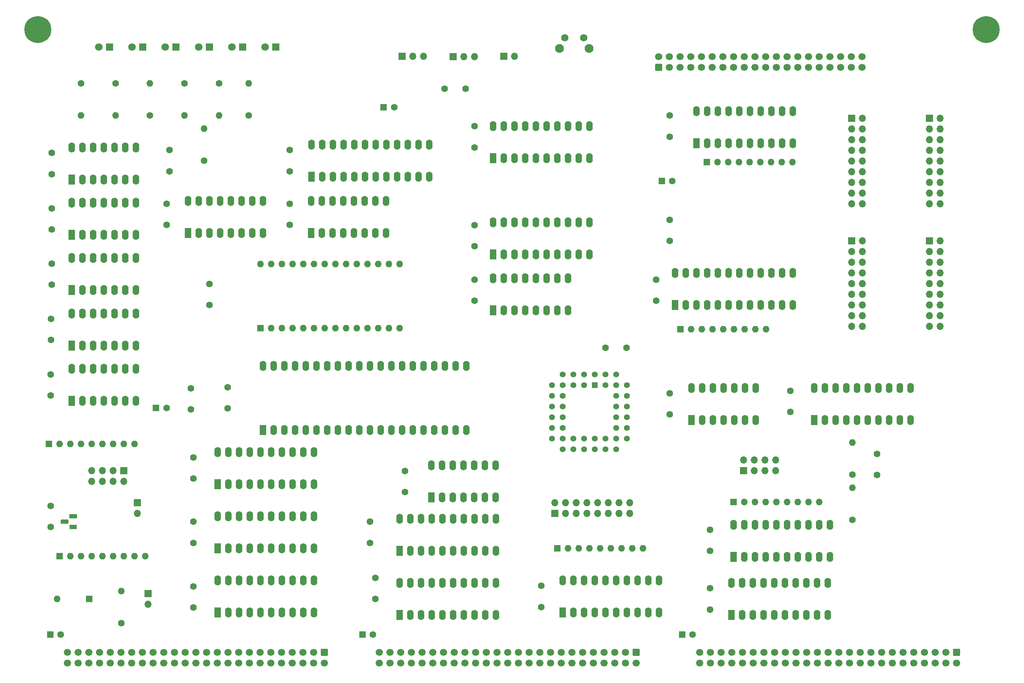
<source format=gbr>
%TF.GenerationSoftware,KiCad,Pcbnew,(6.0.11)*%
%TF.CreationDate,2025-04-26T17:57:21-05:00*%
%TF.ProjectId,processor.6502,70726f63-6573-4736-9f72-2e363530322e,v0.9*%
%TF.SameCoordinates,Original*%
%TF.FileFunction,Soldermask,Top*%
%TF.FilePolarity,Negative*%
%FSLAX46Y46*%
G04 Gerber Fmt 4.6, Leading zero omitted, Abs format (unit mm)*
G04 Created by KiCad (PCBNEW (6.0.11)) date 2025-04-26 17:57:21*
%MOMM*%
%LPD*%
G01*
G04 APERTURE LIST*
G04 Aperture macros list*
%AMRoundRect*
0 Rectangle with rounded corners*
0 $1 Rounding radius*
0 $2 $3 $4 $5 $6 $7 $8 $9 X,Y pos of 4 corners*
0 Add a 4 corners polygon primitive as box body*
4,1,4,$2,$3,$4,$5,$6,$7,$8,$9,$2,$3,0*
0 Add four circle primitives for the rounded corners*
1,1,$1+$1,$2,$3*
1,1,$1+$1,$4,$5*
1,1,$1+$1,$6,$7*
1,1,$1+$1,$8,$9*
0 Add four rect primitives between the rounded corners*
20,1,$1+$1,$2,$3,$4,$5,0*
20,1,$1+$1,$4,$5,$6,$7,0*
20,1,$1+$1,$6,$7,$8,$9,0*
20,1,$1+$1,$8,$9,$2,$3,0*%
G04 Aperture macros list end*
%ADD10RoundRect,0.250000X-0.600000X0.600000X-0.600000X-0.600000X0.600000X-0.600000X0.600000X0.600000X0*%
%ADD11C,1.700000*%
%ADD12C,1.600000*%
%ADD13R,1.600000X1.600000*%
%ADD14R,1.800000X1.800000*%
%ADD15C,1.800000*%
%ADD16O,1.600000X1.600000*%
%ADD17R,1.600000X2.400000*%
%ADD18O,1.600000X2.400000*%
%ADD19R,1.800000X1.100000*%
%ADD20RoundRect,0.275000X0.625000X-0.275000X0.625000X0.275000X-0.625000X0.275000X-0.625000X-0.275000X0*%
%ADD21C,6.400000*%
%ADD22RoundRect,0.250000X0.600000X-0.600000X0.600000X0.600000X-0.600000X0.600000X-0.600000X-0.600000X0*%
%ADD23R,1.422400X1.422400*%
%ADD24C,1.422400*%
%ADD25R,1.700000X1.700000*%
%ADD26O,1.700000X1.700000*%
%ADD27C,2.100000*%
%ADD28C,1.750000*%
G04 APERTURE END LIST*
D10*
%TO.C,P1*%
X108000000Y-223000000D03*
D11*
X108000000Y-225540000D03*
X105460000Y-223000000D03*
X105460000Y-225540000D03*
X102920000Y-223000000D03*
X102920000Y-225540000D03*
X100380000Y-223000000D03*
X100380000Y-225540000D03*
X97840000Y-223000000D03*
X97840000Y-225540000D03*
X95300000Y-223000000D03*
X95300000Y-225540000D03*
X92760000Y-223000000D03*
X92760000Y-225540000D03*
X90220000Y-223000000D03*
X90220000Y-225540000D03*
X87680000Y-223000000D03*
X87680000Y-225540000D03*
X85140000Y-223000000D03*
X85140000Y-225540000D03*
X82600000Y-223000000D03*
X82600000Y-225540000D03*
X80060000Y-223000000D03*
X80060000Y-225540000D03*
X77520000Y-223000000D03*
X77520000Y-225540000D03*
X74980000Y-223000000D03*
X74980000Y-225540000D03*
X72440000Y-223000000D03*
X72440000Y-225540000D03*
X69900000Y-223000000D03*
X69900000Y-225540000D03*
X67360000Y-223000000D03*
X67360000Y-225540000D03*
X64820000Y-223000000D03*
X64820000Y-225540000D03*
X62280000Y-223000000D03*
X62280000Y-225540000D03*
X59740000Y-223000000D03*
X59740000Y-225540000D03*
X57200000Y-223000000D03*
X57200000Y-225540000D03*
X54660000Y-223000000D03*
X54660000Y-225540000D03*
X52120000Y-223000000D03*
X52120000Y-225540000D03*
X49580000Y-223000000D03*
X49580000Y-225540000D03*
X47040000Y-223000000D03*
X47040000Y-225540000D03*
%TD*%
D12*
%TO.C,C2*%
X127075000Y-179875000D03*
X127075000Y-184875000D03*
%TD*%
%TO.C,C3*%
X43255000Y-130605000D03*
X43255000Y-135605000D03*
%TD*%
%TO.C,C4*%
X174700000Y-150625000D03*
X179700000Y-150625000D03*
%TD*%
%TO.C,C5*%
X76910000Y-191940000D03*
X76910000Y-196940000D03*
%TD*%
%TO.C,C6*%
X43000000Y-156900000D03*
X43000000Y-161900000D03*
%TD*%
%TO.C,C8*%
X159460000Y-207180000D03*
X159460000Y-212180000D03*
%TD*%
%TO.C,C9*%
X199465000Y-193845000D03*
X199465000Y-198845000D03*
%TD*%
%TO.C,C10*%
X76910000Y-207270000D03*
X76910000Y-212270000D03*
%TD*%
%TO.C,C11*%
X43255000Y-117457500D03*
X43255000Y-122457500D03*
%TD*%
%TO.C,C14*%
X189940000Y-120185000D03*
X189940000Y-125185000D03*
%TD*%
%TO.C,C15*%
X143600000Y-134400000D03*
X143600000Y-139400000D03*
%TD*%
D13*
%TO.C,C25*%
X42929600Y-218750000D03*
D12*
X45429600Y-218750000D03*
%TD*%
D13*
%TO.C,C26*%
X68019900Y-164900000D03*
D12*
X70519900Y-164900000D03*
%TD*%
%TO.C,C17*%
X80720000Y-135390000D03*
X80720000Y-140390000D03*
%TD*%
%TO.C,C20*%
X120090000Y-205315000D03*
X120090000Y-210315000D03*
%TD*%
%TO.C,C21*%
X76910000Y-176660000D03*
X76910000Y-181660000D03*
%TD*%
%TO.C,C22*%
X99770000Y-116375000D03*
X99770000Y-121375000D03*
%TD*%
%TO.C,C23*%
X85000000Y-165000000D03*
X85000000Y-160000000D03*
%TD*%
D13*
%TO.C,C27*%
X117000000Y-218750000D03*
D12*
X119500000Y-218750000D03*
%TD*%
D13*
%TO.C,C28*%
X192884700Y-218750000D03*
D12*
X195384700Y-218750000D03*
%TD*%
D13*
%TO.C,C29*%
X188044900Y-111000000D03*
D12*
X190544900Y-111000000D03*
%TD*%
D14*
%TO.C,D4*%
X72785700Y-79100000D03*
D15*
X70245700Y-79100000D03*
%TD*%
D13*
%TO.C,D6*%
X52145000Y-210315000D03*
D16*
X44525000Y-210315000D03*
%TD*%
D14*
%TO.C,D2*%
X80678600Y-79100000D03*
D15*
X78138600Y-79100000D03*
%TD*%
D12*
%TO.C,R5*%
X58420000Y-87760000D03*
D16*
X58420000Y-95380000D03*
%TD*%
D17*
%TO.C,U4*%
X48000000Y-163200000D03*
D18*
X50540000Y-163200000D03*
X53080000Y-163200000D03*
X55620000Y-163200000D03*
X58160000Y-163200000D03*
X60700000Y-163200000D03*
X63240000Y-163200000D03*
X63240000Y-155580000D03*
X60700000Y-155580000D03*
X58160000Y-155580000D03*
X55620000Y-155580000D03*
X53080000Y-155580000D03*
X50540000Y-155580000D03*
X48000000Y-155580000D03*
%TD*%
D13*
%TO.C,U5*%
X92785000Y-145925000D03*
D16*
X95325000Y-145925000D03*
X97865000Y-145925000D03*
X100405000Y-145925000D03*
X102945000Y-145925000D03*
X105485000Y-145925000D03*
X108025000Y-145925000D03*
X110565000Y-145925000D03*
X113105000Y-145925000D03*
X115645000Y-145925000D03*
X118185000Y-145925000D03*
X120725000Y-145925000D03*
X123265000Y-145925000D03*
X125805000Y-145925000D03*
X125805000Y-130685000D03*
X123265000Y-130685000D03*
X120725000Y-130685000D03*
X118185000Y-130685000D03*
X115645000Y-130685000D03*
X113105000Y-130685000D03*
X110565000Y-130685000D03*
X108025000Y-130685000D03*
X105485000Y-130685000D03*
X102945000Y-130685000D03*
X100405000Y-130685000D03*
X97865000Y-130685000D03*
X95325000Y-130685000D03*
X92785000Y-130685000D03*
%TD*%
D17*
%TO.C,U6*%
X82630000Y-198240000D03*
D18*
X85170000Y-198240000D03*
X87710000Y-198240000D03*
X90250000Y-198240000D03*
X92790000Y-198240000D03*
X95330000Y-198240000D03*
X97870000Y-198240000D03*
X100410000Y-198240000D03*
X102950000Y-198240000D03*
X105490000Y-198240000D03*
X105490000Y-190620000D03*
X102950000Y-190620000D03*
X100410000Y-190620000D03*
X97870000Y-190620000D03*
X95330000Y-190620000D03*
X92790000Y-190620000D03*
X90250000Y-190620000D03*
X87710000Y-190620000D03*
X85170000Y-190620000D03*
X82630000Y-190620000D03*
%TD*%
D17*
%TO.C,U8*%
X164540000Y-213480000D03*
D18*
X167080000Y-213480000D03*
X169620000Y-213480000D03*
X172160000Y-213480000D03*
X174700000Y-213480000D03*
X177240000Y-213480000D03*
X179780000Y-213480000D03*
X182320000Y-213480000D03*
X184860000Y-213480000D03*
X187400000Y-213480000D03*
X187400000Y-205860000D03*
X184860000Y-205860000D03*
X182320000Y-205860000D03*
X179780000Y-205860000D03*
X177240000Y-205860000D03*
X174700000Y-205860000D03*
X172160000Y-205860000D03*
X169620000Y-205860000D03*
X167080000Y-205860000D03*
X164540000Y-205860000D03*
%TD*%
D19*
%TO.C,U15*%
X48400000Y-193200000D03*
D20*
X46330000Y-191930000D03*
X48400000Y-190660000D03*
%TD*%
D17*
%TO.C,U1*%
X48000000Y-150052500D03*
D18*
X50540000Y-150052500D03*
X53080000Y-150052500D03*
X55620000Y-150052500D03*
X58160000Y-150052500D03*
X60700000Y-150052500D03*
X63240000Y-150052500D03*
X63240000Y-142432500D03*
X60700000Y-142432500D03*
X58160000Y-142432500D03*
X55620000Y-142432500D03*
X53080000Y-142432500D03*
X50540000Y-142432500D03*
X48000000Y-142432500D03*
%TD*%
D10*
%TO.C,P2*%
X182000000Y-223000000D03*
D11*
X182000000Y-225540000D03*
X179460000Y-223000000D03*
X179460000Y-225540000D03*
X176920000Y-223000000D03*
X176920000Y-225540000D03*
X174380000Y-223000000D03*
X174380000Y-225540000D03*
X171840000Y-223000000D03*
X171840000Y-225540000D03*
X169300000Y-223000000D03*
X169300000Y-225540000D03*
X166760000Y-223000000D03*
X166760000Y-225540000D03*
X164220000Y-223000000D03*
X164220000Y-225540000D03*
X161680000Y-223000000D03*
X161680000Y-225540000D03*
X159140000Y-223000000D03*
X159140000Y-225540000D03*
X156600000Y-223000000D03*
X156600000Y-225540000D03*
X154060000Y-223000000D03*
X154060000Y-225540000D03*
X151520000Y-223000000D03*
X151520000Y-225540000D03*
X148980000Y-223000000D03*
X148980000Y-225540000D03*
X146440000Y-223000000D03*
X146440000Y-225540000D03*
X143900000Y-223000000D03*
X143900000Y-225540000D03*
X141360000Y-223000000D03*
X141360000Y-225540000D03*
X138820000Y-223000000D03*
X138820000Y-225540000D03*
X136280000Y-223000000D03*
X136280000Y-225540000D03*
X133740000Y-223000000D03*
X133740000Y-225540000D03*
X131200000Y-223000000D03*
X131200000Y-225540000D03*
X128660000Y-223000000D03*
X128660000Y-225540000D03*
X126120000Y-223000000D03*
X126120000Y-225540000D03*
X123580000Y-223000000D03*
X123580000Y-225540000D03*
X121040000Y-223000000D03*
X121040000Y-225540000D03*
%TD*%
D21*
%TO.C,H2*%
X265000000Y-75000000D03*
%TD*%
D13*
%TO.C,RN1*%
X42620000Y-173485000D03*
D16*
X45160000Y-173485000D03*
X47700000Y-173485000D03*
X50240000Y-173485000D03*
X52780000Y-173485000D03*
X55320000Y-173485000D03*
X57860000Y-173485000D03*
X60400000Y-173485000D03*
X62940000Y-173485000D03*
%TD*%
D17*
%TO.C,U11*%
X204550000Y-214115000D03*
D18*
X207090000Y-214115000D03*
X209630000Y-214115000D03*
X212170000Y-214115000D03*
X214710000Y-214115000D03*
X217250000Y-214115000D03*
X219790000Y-214115000D03*
X222330000Y-214115000D03*
X224870000Y-214115000D03*
X227410000Y-214115000D03*
X227410000Y-206495000D03*
X224870000Y-206495000D03*
X222330000Y-206495000D03*
X219790000Y-206495000D03*
X217250000Y-206495000D03*
X214710000Y-206495000D03*
X212170000Y-206495000D03*
X209630000Y-206495000D03*
X207090000Y-206495000D03*
X204550000Y-206495000D03*
%TD*%
D12*
%TO.C,C19*%
X43000000Y-188200000D03*
X43000000Y-193200000D03*
%TD*%
%TO.C,C18*%
X43125000Y-143752500D03*
X43125000Y-148752500D03*
%TD*%
%TO.C,C12*%
X76275000Y-160230000D03*
X76275000Y-165230000D03*
%TD*%
%TO.C,C16*%
X199465000Y-207775000D03*
X199465000Y-212775000D03*
%TD*%
D17*
%TO.C,U3*%
X104915000Y-109985000D03*
D18*
X107455000Y-109985000D03*
X109995000Y-109985000D03*
X112535000Y-109985000D03*
X115075000Y-109985000D03*
X117615000Y-109985000D03*
X120155000Y-109985000D03*
X122695000Y-109985000D03*
X125235000Y-109985000D03*
X127775000Y-109985000D03*
X130315000Y-109985000D03*
X132855000Y-109985000D03*
X132855000Y-102365000D03*
X130315000Y-102365000D03*
X127775000Y-102365000D03*
X125235000Y-102365000D03*
X122695000Y-102365000D03*
X120155000Y-102365000D03*
X117615000Y-102365000D03*
X115075000Y-102365000D03*
X112535000Y-102365000D03*
X109995000Y-102365000D03*
X107455000Y-102365000D03*
X104915000Y-102365000D03*
%TD*%
D21*
%TO.C,H1*%
X40000000Y-75000000D03*
%TD*%
D14*
%TO.C,D7*%
X57000000Y-79100000D03*
D15*
X54460000Y-79100000D03*
%TD*%
D10*
%TO.C,P3*%
X258000000Y-223000000D03*
D11*
X258000000Y-225540000D03*
X255460000Y-223000000D03*
X255460000Y-225540000D03*
X252920000Y-223000000D03*
X252920000Y-225540000D03*
X250380000Y-223000000D03*
X250380000Y-225540000D03*
X247840000Y-223000000D03*
X247840000Y-225540000D03*
X245300000Y-223000000D03*
X245300000Y-225540000D03*
X242760000Y-223000000D03*
X242760000Y-225540000D03*
X240220000Y-223000000D03*
X240220000Y-225540000D03*
X237680000Y-223000000D03*
X237680000Y-225540000D03*
X235140000Y-223000000D03*
X235140000Y-225540000D03*
X232600000Y-223000000D03*
X232600000Y-225540000D03*
X230060000Y-223000000D03*
X230060000Y-225540000D03*
X227520000Y-223000000D03*
X227520000Y-225540000D03*
X224980000Y-223000000D03*
X224980000Y-225540000D03*
X222440000Y-223000000D03*
X222440000Y-225540000D03*
X219900000Y-223000000D03*
X219900000Y-225540000D03*
X217360000Y-223000000D03*
X217360000Y-225540000D03*
X214820000Y-223000000D03*
X214820000Y-225540000D03*
X212280000Y-223000000D03*
X212280000Y-225540000D03*
X209740000Y-223000000D03*
X209740000Y-225540000D03*
X207200000Y-223000000D03*
X207200000Y-225540000D03*
X204660000Y-223000000D03*
X204660000Y-225540000D03*
X202120000Y-223000000D03*
X202120000Y-225540000D03*
X199580000Y-223000000D03*
X199580000Y-225540000D03*
X197040000Y-223000000D03*
X197040000Y-225540000D03*
%TD*%
D17*
%TO.C,U13*%
X48000000Y-136905000D03*
D18*
X50540000Y-136905000D03*
X53080000Y-136905000D03*
X55620000Y-136905000D03*
X58160000Y-136905000D03*
X60700000Y-136905000D03*
X63240000Y-136905000D03*
X63240000Y-129285000D03*
X60700000Y-129285000D03*
X58160000Y-129285000D03*
X55620000Y-129285000D03*
X53080000Y-129285000D03*
X50540000Y-129285000D03*
X48000000Y-129285000D03*
%TD*%
D12*
%TO.C,C36*%
X189940000Y-95420000D03*
X189940000Y-100420000D03*
%TD*%
%TO.C,C38*%
X143600000Y-121455000D03*
X143600000Y-126455000D03*
%TD*%
D13*
%TO.C,C46*%
X122059900Y-93475000D03*
D12*
X124559900Y-93475000D03*
%TD*%
D17*
%TO.C,U19*%
X148020000Y-141725000D03*
D18*
X150560000Y-141725000D03*
X153100000Y-141725000D03*
X155640000Y-141725000D03*
X158180000Y-141725000D03*
X160720000Y-141725000D03*
X163260000Y-141725000D03*
X165800000Y-141725000D03*
X165800000Y-134105000D03*
X163260000Y-134105000D03*
X160720000Y-134105000D03*
X158180000Y-134105000D03*
X155640000Y-134105000D03*
X153100000Y-134105000D03*
X150560000Y-134105000D03*
X148020000Y-134105000D03*
%TD*%
D17*
%TO.C,U7*%
X133410000Y-186175000D03*
D18*
X135950000Y-186175000D03*
X138490000Y-186175000D03*
X141030000Y-186175000D03*
X143570000Y-186175000D03*
X146110000Y-186175000D03*
X148650000Y-186175000D03*
X148650000Y-178555000D03*
X146110000Y-178555000D03*
X143570000Y-178555000D03*
X141030000Y-178555000D03*
X138490000Y-178555000D03*
X135950000Y-178555000D03*
X133410000Y-178555000D03*
%TD*%
D14*
%TO.C,D9*%
X88571400Y-79100000D03*
D15*
X86031400Y-79100000D03*
%TD*%
D13*
%TO.C,RN4*%
X45145000Y-200155000D03*
D16*
X47685000Y-200155000D03*
X50225000Y-200155000D03*
X52765000Y-200155000D03*
X55305000Y-200155000D03*
X57845000Y-200155000D03*
X60385000Y-200155000D03*
X62925000Y-200155000D03*
X65465000Y-200155000D03*
%TD*%
D22*
%TO.C,J11*%
X187350000Y-83917500D03*
D11*
X187350000Y-81377500D03*
X189890000Y-83917500D03*
X189890000Y-81377500D03*
X192430000Y-83917500D03*
X192430000Y-81377500D03*
X194970000Y-83917500D03*
X194970000Y-81377500D03*
X197510000Y-83917500D03*
X197510000Y-81377500D03*
X200050000Y-83917500D03*
X200050000Y-81377500D03*
X202590000Y-83917500D03*
X202590000Y-81377500D03*
X205130000Y-83917500D03*
X205130000Y-81377500D03*
X207670000Y-83917500D03*
X207670000Y-81377500D03*
X210210000Y-83917500D03*
X210210000Y-81377500D03*
X212750000Y-83917500D03*
X212750000Y-81377500D03*
X215290000Y-83917500D03*
X215290000Y-81377500D03*
X217830000Y-83917500D03*
X217830000Y-81377500D03*
X220370000Y-83917500D03*
X220370000Y-81377500D03*
X222910000Y-83917500D03*
X222910000Y-81377500D03*
X225450000Y-83917500D03*
X225450000Y-81377500D03*
X227990000Y-83917500D03*
X227990000Y-81377500D03*
X230530000Y-83917500D03*
X230530000Y-81377500D03*
X233070000Y-83917500D03*
X233070000Y-81377500D03*
X235610000Y-83917500D03*
X235610000Y-81377500D03*
%TD*%
D13*
%TO.C,RN5*%
X198705000Y-106500000D03*
D16*
X201245000Y-106500000D03*
X203785000Y-106500000D03*
X206325000Y-106500000D03*
X208865000Y-106500000D03*
X211405000Y-106500000D03*
X213945000Y-106500000D03*
X216485000Y-106500000D03*
X219025000Y-106500000D03*
%TD*%
D17*
%TO.C,U31*%
X196305000Y-102000000D03*
D18*
X198845000Y-102000000D03*
X201385000Y-102000000D03*
X203925000Y-102000000D03*
X206465000Y-102000000D03*
X209005000Y-102000000D03*
X211545000Y-102000000D03*
X214085000Y-102000000D03*
X216625000Y-102000000D03*
X219165000Y-102000000D03*
X219165000Y-94380000D03*
X216625000Y-94380000D03*
X214085000Y-94380000D03*
X211545000Y-94380000D03*
X209005000Y-94380000D03*
X206465000Y-94380000D03*
X203925000Y-94380000D03*
X201385000Y-94380000D03*
X198845000Y-94380000D03*
X196305000Y-94380000D03*
%TD*%
D17*
%TO.C,U33*%
X148035000Y-105530000D03*
D18*
X150575000Y-105530000D03*
X153115000Y-105530000D03*
X155655000Y-105530000D03*
X158195000Y-105530000D03*
X160735000Y-105530000D03*
X163275000Y-105530000D03*
X165815000Y-105530000D03*
X168355000Y-105530000D03*
X170895000Y-105530000D03*
X170895000Y-97910000D03*
X168355000Y-97910000D03*
X165815000Y-97910000D03*
X163275000Y-97910000D03*
X160735000Y-97910000D03*
X158195000Y-97910000D03*
X155655000Y-97910000D03*
X153115000Y-97910000D03*
X150575000Y-97910000D03*
X148035000Y-97910000D03*
%TD*%
D23*
%TO.C,U20*%
X172160000Y-159515000D03*
D24*
X169620000Y-156975000D03*
X169620000Y-159515000D03*
X167080000Y-156975000D03*
X167080000Y-159515000D03*
X164540000Y-156975000D03*
X162000000Y-159515000D03*
X164540000Y-159515000D03*
X162000000Y-162055000D03*
X164540000Y-162055000D03*
X162000000Y-164595000D03*
X164540000Y-164595000D03*
X162000000Y-167135000D03*
X164540000Y-167135000D03*
X162000000Y-169675000D03*
X164540000Y-169675000D03*
X162000000Y-172215000D03*
X164540000Y-174755000D03*
X164540000Y-172215000D03*
X167080000Y-174755000D03*
X167080000Y-172215000D03*
X169620000Y-174755000D03*
X169620000Y-172215000D03*
X172160000Y-174755000D03*
X172160000Y-172215000D03*
X174700000Y-174755000D03*
X174700000Y-172215000D03*
X177240000Y-174755000D03*
X179780000Y-172215000D03*
X177240000Y-172215000D03*
X179780000Y-169675000D03*
X177240000Y-169675000D03*
X179780000Y-167135000D03*
X177240000Y-167135000D03*
X179780000Y-164595000D03*
X177240000Y-164595000D03*
X179780000Y-162055000D03*
X177240000Y-162055000D03*
X179780000Y-159515000D03*
X177240000Y-156975000D03*
X177240000Y-159515000D03*
X174700000Y-156975000D03*
X174700000Y-159515000D03*
X172160000Y-156975000D03*
%TD*%
D12*
%TO.C,C37*%
X118820000Y-191940000D03*
X118820000Y-196940000D03*
%TD*%
D25*
%TO.C,JP10*%
X207500000Y-179775000D03*
D26*
X207500000Y-177235000D03*
X210040000Y-179775000D03*
X210040000Y-177235000D03*
X212580000Y-179775000D03*
X212580000Y-177235000D03*
X215120000Y-179775000D03*
X215120000Y-177235000D03*
%TD*%
D13*
%TO.C,RN8*%
X205075000Y-187250000D03*
D16*
X207615000Y-187250000D03*
X210155000Y-187250000D03*
X212695000Y-187250000D03*
X215235000Y-187250000D03*
X217775000Y-187250000D03*
X220315000Y-187250000D03*
X222855000Y-187250000D03*
X225395000Y-187250000D03*
%TD*%
D17*
%TO.C,U9*%
X191205000Y-140455000D03*
D18*
X193745000Y-140455000D03*
X196285000Y-140455000D03*
X198825000Y-140455000D03*
X201365000Y-140455000D03*
X203905000Y-140455000D03*
X206445000Y-140455000D03*
X208985000Y-140455000D03*
X211525000Y-140455000D03*
X214065000Y-140455000D03*
X216605000Y-140455000D03*
X219145000Y-140455000D03*
X219145000Y-132835000D03*
X216605000Y-132835000D03*
X214065000Y-132835000D03*
X211525000Y-132835000D03*
X208985000Y-132835000D03*
X206445000Y-132835000D03*
X203905000Y-132835000D03*
X201365000Y-132835000D03*
X198825000Y-132835000D03*
X196285000Y-132835000D03*
X193745000Y-132835000D03*
X191205000Y-132835000D03*
%TD*%
D17*
%TO.C,U10*%
X125810000Y-214115000D03*
D18*
X128350000Y-214115000D03*
X130890000Y-214115000D03*
X133430000Y-214115000D03*
X135970000Y-214115000D03*
X138510000Y-214115000D03*
X141050000Y-214115000D03*
X143590000Y-214115000D03*
X146130000Y-214115000D03*
X148670000Y-214115000D03*
X148670000Y-206495000D03*
X146130000Y-206495000D03*
X143590000Y-206495000D03*
X141050000Y-206495000D03*
X138510000Y-206495000D03*
X135970000Y-206495000D03*
X133430000Y-206495000D03*
X130890000Y-206495000D03*
X128350000Y-206495000D03*
X125810000Y-206495000D03*
%TD*%
D17*
%TO.C,U12*%
X205075000Y-200250000D03*
D18*
X207615000Y-200250000D03*
X210155000Y-200250000D03*
X212695000Y-200250000D03*
X215235000Y-200250000D03*
X217775000Y-200250000D03*
X220315000Y-200250000D03*
X222855000Y-200250000D03*
X225395000Y-200250000D03*
X227935000Y-200250000D03*
X227935000Y-192630000D03*
X225395000Y-192630000D03*
X222855000Y-192630000D03*
X220315000Y-192630000D03*
X217775000Y-192630000D03*
X215235000Y-192630000D03*
X212695000Y-192630000D03*
X210155000Y-192630000D03*
X207615000Y-192630000D03*
X205075000Y-192630000D03*
%TD*%
D12*
%TO.C,C30*%
X239125000Y-175800000D03*
X239125000Y-180800000D03*
%TD*%
%TO.C,C31*%
X143600000Y-97960000D03*
X143600000Y-102960000D03*
%TD*%
%TO.C,C32*%
X99770000Y-103635000D03*
X99770000Y-108635000D03*
%TD*%
%TO.C,C33*%
X71195000Y-103635000D03*
X71195000Y-108635000D03*
%TD*%
%TO.C,C34*%
X43255000Y-104310000D03*
X43255000Y-109310000D03*
%TD*%
%TO.C,C35*%
X136500000Y-89000000D03*
X141500000Y-89000000D03*
%TD*%
D17*
%TO.C,U14*%
X82630000Y-213480000D03*
D18*
X85170000Y-213480000D03*
X87710000Y-213480000D03*
X90250000Y-213480000D03*
X92790000Y-213480000D03*
X95330000Y-213480000D03*
X97870000Y-213480000D03*
X100410000Y-213480000D03*
X102950000Y-213480000D03*
X105490000Y-213480000D03*
X105490000Y-205860000D03*
X102950000Y-205860000D03*
X100410000Y-205860000D03*
X97870000Y-205860000D03*
X95330000Y-205860000D03*
X92790000Y-205860000D03*
X90250000Y-205860000D03*
X87710000Y-205860000D03*
X85170000Y-205860000D03*
X82630000Y-205860000D03*
%TD*%
D17*
%TO.C,U2*%
X148035000Y-128390000D03*
D18*
X150575000Y-128390000D03*
X153115000Y-128390000D03*
X155655000Y-128390000D03*
X158195000Y-128390000D03*
X160735000Y-128390000D03*
X163275000Y-128390000D03*
X165815000Y-128390000D03*
X168355000Y-128390000D03*
X170895000Y-128390000D03*
X170895000Y-120770000D03*
X168355000Y-120770000D03*
X165815000Y-120770000D03*
X163275000Y-120770000D03*
X160735000Y-120770000D03*
X158195000Y-120770000D03*
X155655000Y-120770000D03*
X153115000Y-120770000D03*
X150575000Y-120770000D03*
X148035000Y-120770000D03*
%TD*%
D14*
%TO.C,D3*%
X64892900Y-79100000D03*
D15*
X62352900Y-79100000D03*
%TD*%
D12*
%TO.C,R4*%
X74780000Y-87760000D03*
D16*
X74780000Y-95380000D03*
%TD*%
D27*
%TO.C,SW1*%
X170760000Y-79422500D03*
X163750000Y-79422500D03*
D28*
X165000000Y-76932500D03*
X169500000Y-76932500D03*
%TD*%
D12*
%TO.C,C39*%
X70560000Y-116375000D03*
X70560000Y-121375000D03*
%TD*%
D17*
%TO.C,U18*%
X195080000Y-167735000D03*
D18*
X197620000Y-167735000D03*
X200160000Y-167735000D03*
X202700000Y-167735000D03*
X205240000Y-167735000D03*
X207780000Y-167735000D03*
X210320000Y-167735000D03*
X210320000Y-160115000D03*
X207780000Y-160115000D03*
X205240000Y-160115000D03*
X202700000Y-160115000D03*
X200160000Y-160115000D03*
X197620000Y-160115000D03*
X195080000Y-160115000D03*
%TD*%
D12*
%TO.C,C13*%
X189940000Y-161420000D03*
X189940000Y-166420000D03*
%TD*%
%TO.C,C24*%
X186750000Y-134400000D03*
X186750000Y-139400000D03*
%TD*%
%TO.C,R8*%
X66600000Y-95380000D03*
D16*
X66600000Y-87760000D03*
%TD*%
D25*
%TO.C,JP3*%
X150565000Y-81340000D03*
D26*
X153105000Y-81340000D03*
%TD*%
D12*
%TO.C,R9*%
X79450000Y-106175000D03*
D16*
X79450000Y-98555000D03*
%TD*%
D17*
%TO.C,U22*%
X125810000Y-198875000D03*
D18*
X128350000Y-198875000D03*
X130890000Y-198875000D03*
X133430000Y-198875000D03*
X135970000Y-198875000D03*
X138510000Y-198875000D03*
X141050000Y-198875000D03*
X143590000Y-198875000D03*
X146130000Y-198875000D03*
X148670000Y-198875000D03*
X148670000Y-191255000D03*
X146130000Y-191255000D03*
X143590000Y-191255000D03*
X141050000Y-191255000D03*
X138510000Y-191255000D03*
X135970000Y-191255000D03*
X133430000Y-191255000D03*
X130890000Y-191255000D03*
X128350000Y-191255000D03*
X125810000Y-191255000D03*
%TD*%
D12*
%TO.C,R12*%
X82960000Y-87760000D03*
D16*
X82960000Y-95380000D03*
%TD*%
D17*
%TO.C,U23*%
X93375000Y-170125000D03*
D18*
X95915000Y-170125000D03*
X98455000Y-170125000D03*
X100995000Y-170125000D03*
X103535000Y-170125000D03*
X106075000Y-170125000D03*
X108615000Y-170125000D03*
X111155000Y-170125000D03*
X113695000Y-170125000D03*
X116235000Y-170125000D03*
X118775000Y-170125000D03*
X121315000Y-170125000D03*
X123855000Y-170125000D03*
X126395000Y-170125000D03*
X128935000Y-170125000D03*
X131475000Y-170125000D03*
X134015000Y-170125000D03*
X136555000Y-170125000D03*
X139095000Y-170125000D03*
X141635000Y-170125000D03*
X141635000Y-154885000D03*
X139095000Y-154885000D03*
X136555000Y-154885000D03*
X134015000Y-154885000D03*
X131475000Y-154885000D03*
X128935000Y-154885000D03*
X126395000Y-154885000D03*
X123855000Y-154885000D03*
X121315000Y-154885000D03*
X118775000Y-154885000D03*
X116235000Y-154885000D03*
X113695000Y-154885000D03*
X111155000Y-154885000D03*
X108615000Y-154885000D03*
X106075000Y-154885000D03*
X103535000Y-154885000D03*
X100995000Y-154885000D03*
X98455000Y-154885000D03*
X95915000Y-154885000D03*
X93375000Y-154885000D03*
%TD*%
D25*
%TO.C,JP1*%
X63575000Y-187455000D03*
D26*
X63575000Y-189995000D03*
%TD*%
D25*
%TO.C,J7*%
X233115000Y-96025000D03*
D26*
X235655000Y-96025000D03*
X233115000Y-98565000D03*
X235655000Y-98565000D03*
X233115000Y-101105000D03*
X235655000Y-101105000D03*
X233115000Y-103645000D03*
X235655000Y-103645000D03*
X233115000Y-106185000D03*
X235655000Y-106185000D03*
X233115000Y-108725000D03*
X235655000Y-108725000D03*
X233115000Y-111265000D03*
X235655000Y-111265000D03*
X233115000Y-113805000D03*
X235655000Y-113805000D03*
X233115000Y-116345000D03*
X235655000Y-116345000D03*
%TD*%
D12*
%TO.C,R3*%
X233250000Y-191500000D03*
D16*
X233250000Y-183880000D03*
%TD*%
D25*
%TO.C,J3*%
X126455000Y-81340000D03*
D26*
X128995000Y-81340000D03*
X131535000Y-81340000D03*
%TD*%
D17*
%TO.C,U17*%
X82630000Y-183000000D03*
D18*
X85170000Y-183000000D03*
X87710000Y-183000000D03*
X90250000Y-183000000D03*
X92790000Y-183000000D03*
X95330000Y-183000000D03*
X97870000Y-183000000D03*
X100410000Y-183000000D03*
X102950000Y-183000000D03*
X105490000Y-183000000D03*
X105490000Y-175380000D03*
X102950000Y-175380000D03*
X100410000Y-175380000D03*
X97870000Y-175380000D03*
X95330000Y-175380000D03*
X92790000Y-175380000D03*
X90250000Y-175380000D03*
X87710000Y-175380000D03*
X85170000Y-175380000D03*
X82630000Y-175380000D03*
%TD*%
D25*
%TO.C,J1*%
X162635000Y-189995000D03*
D26*
X162635000Y-187455000D03*
X165175000Y-189995000D03*
X165175000Y-187455000D03*
X167715000Y-189995000D03*
X167715000Y-187455000D03*
X170255000Y-189995000D03*
X170255000Y-187455000D03*
X172795000Y-189995000D03*
X172795000Y-187455000D03*
X175335000Y-189995000D03*
X175335000Y-187455000D03*
X177875000Y-189995000D03*
X177875000Y-187455000D03*
X180415000Y-189995000D03*
X180415000Y-187455000D03*
%TD*%
D25*
%TO.C,JP4*%
X60390000Y-179830000D03*
D26*
X60390000Y-182370000D03*
X57850000Y-179830000D03*
X57850000Y-182370000D03*
X55310000Y-179830000D03*
X55310000Y-182370000D03*
X52770000Y-179830000D03*
X52770000Y-182370000D03*
%TD*%
D17*
%TO.C,U27*%
X224235000Y-167760000D03*
D18*
X226775000Y-167760000D03*
X229315000Y-167760000D03*
X231855000Y-167760000D03*
X234395000Y-167760000D03*
X236935000Y-167760000D03*
X239475000Y-167760000D03*
X242015000Y-167760000D03*
X244555000Y-167760000D03*
X247095000Y-167760000D03*
X247095000Y-160140000D03*
X244555000Y-160140000D03*
X242015000Y-160140000D03*
X239475000Y-160140000D03*
X236935000Y-160140000D03*
X234395000Y-160140000D03*
X231855000Y-160140000D03*
X229315000Y-160140000D03*
X226775000Y-160140000D03*
X224235000Y-160140000D03*
%TD*%
D12*
%TO.C,C40*%
X218515000Y-160825000D03*
X218515000Y-165825000D03*
%TD*%
D17*
%TO.C,U29*%
X75655000Y-123310000D03*
D18*
X78195000Y-123310000D03*
X80735000Y-123310000D03*
X83275000Y-123310000D03*
X85815000Y-123310000D03*
X88355000Y-123310000D03*
X90895000Y-123310000D03*
X93435000Y-123310000D03*
X93435000Y-115690000D03*
X90895000Y-115690000D03*
X88355000Y-115690000D03*
X85815000Y-115690000D03*
X83275000Y-115690000D03*
X80735000Y-115690000D03*
X78195000Y-115690000D03*
X75655000Y-115690000D03*
%TD*%
D25*
%TO.C,J8*%
X251535000Y-96025000D03*
D26*
X254075000Y-96025000D03*
X251535000Y-98565000D03*
X254075000Y-98565000D03*
X251535000Y-101105000D03*
X254075000Y-101105000D03*
X251535000Y-103645000D03*
X254075000Y-103645000D03*
X251535000Y-106185000D03*
X254075000Y-106185000D03*
X251535000Y-108725000D03*
X254075000Y-108725000D03*
X251535000Y-111265000D03*
X254075000Y-111265000D03*
X251535000Y-113805000D03*
X254075000Y-113805000D03*
X251535000Y-116345000D03*
X254075000Y-116345000D03*
%TD*%
D12*
%TO.C,R7*%
X59765000Y-216030000D03*
D16*
X59765000Y-208410000D03*
%TD*%
D25*
%TO.C,J5*%
X251535000Y-125225000D03*
D26*
X254075000Y-125225000D03*
X251535000Y-127765000D03*
X254075000Y-127765000D03*
X251535000Y-130305000D03*
X254075000Y-130305000D03*
X251535000Y-132845000D03*
X254075000Y-132845000D03*
X251535000Y-135385000D03*
X254075000Y-135385000D03*
X251535000Y-137925000D03*
X254075000Y-137925000D03*
X251535000Y-140465000D03*
X254075000Y-140465000D03*
X251535000Y-143005000D03*
X254075000Y-143005000D03*
X251535000Y-145545000D03*
X254075000Y-145545000D03*
%TD*%
D25*
%TO.C,J4*%
X66115000Y-209040000D03*
D26*
X66115000Y-211580000D03*
%TD*%
D14*
%TO.C,D5*%
X96464300Y-79100000D03*
D15*
X93924300Y-79100000D03*
%TD*%
D12*
%TO.C,R13*%
X50240000Y-87760000D03*
D16*
X50240000Y-95380000D03*
%TD*%
D13*
%TO.C,RN2*%
X163255000Y-198250000D03*
D16*
X165795000Y-198250000D03*
X168335000Y-198250000D03*
X170875000Y-198250000D03*
X173415000Y-198250000D03*
X175955000Y-198250000D03*
X178495000Y-198250000D03*
X181035000Y-198250000D03*
X183575000Y-198250000D03*
%TD*%
D12*
%TO.C,R2*%
X233250000Y-180750000D03*
D16*
X233250000Y-173130000D03*
%TD*%
D17*
%TO.C,U24*%
X104865000Y-123310000D03*
D18*
X107405000Y-123310000D03*
X109945000Y-123310000D03*
X112485000Y-123310000D03*
X115025000Y-123310000D03*
X117565000Y-123310000D03*
X120105000Y-123310000D03*
X122645000Y-123310000D03*
X122645000Y-115690000D03*
X120105000Y-115690000D03*
X117565000Y-115690000D03*
X115025000Y-115690000D03*
X112485000Y-115690000D03*
X109945000Y-115690000D03*
X107405000Y-115690000D03*
X104865000Y-115690000D03*
%TD*%
D12*
%TO.C,R1*%
X90000000Y-95380000D03*
D16*
X90000000Y-87760000D03*
%TD*%
D25*
%TO.C,J6*%
X233115000Y-125225000D03*
D26*
X235655000Y-125225000D03*
X233115000Y-127765000D03*
X235655000Y-127765000D03*
X233115000Y-130305000D03*
X235655000Y-130305000D03*
X233115000Y-132845000D03*
X235655000Y-132845000D03*
X233115000Y-135385000D03*
X235655000Y-135385000D03*
X233115000Y-137925000D03*
X235655000Y-137925000D03*
X233115000Y-140465000D03*
X235655000Y-140465000D03*
X233115000Y-143005000D03*
X235655000Y-143005000D03*
X233115000Y-145545000D03*
X235655000Y-145545000D03*
%TD*%
D13*
%TO.C,RN3*%
X192465000Y-146180000D03*
D16*
X195005000Y-146180000D03*
X197545000Y-146180000D03*
X200085000Y-146180000D03*
X202625000Y-146180000D03*
X205165000Y-146180000D03*
X207705000Y-146180000D03*
X210245000Y-146180000D03*
X212785000Y-146180000D03*
%TD*%
D17*
%TO.C,U16*%
X48000000Y-123757500D03*
D18*
X50540000Y-123757500D03*
X53080000Y-123757500D03*
X55620000Y-123757500D03*
X58160000Y-123757500D03*
X60700000Y-123757500D03*
X63240000Y-123757500D03*
X63240000Y-116137500D03*
X60700000Y-116137500D03*
X58160000Y-116137500D03*
X55620000Y-116137500D03*
X53080000Y-116137500D03*
X50540000Y-116137500D03*
X48000000Y-116137500D03*
%TD*%
D17*
%TO.C,U21*%
X48000000Y-110610000D03*
D18*
X50540000Y-110610000D03*
X53080000Y-110610000D03*
X55620000Y-110610000D03*
X58160000Y-110610000D03*
X60700000Y-110610000D03*
X63240000Y-110610000D03*
X63240000Y-102990000D03*
X60700000Y-102990000D03*
X58160000Y-102990000D03*
X55620000Y-102990000D03*
X53080000Y-102990000D03*
X50540000Y-102990000D03*
X48000000Y-102990000D03*
%TD*%
D25*
%TO.C,J2*%
X138505000Y-81410000D03*
D26*
X141045000Y-81410000D03*
X143585000Y-81410000D03*
%TD*%
M02*

</source>
